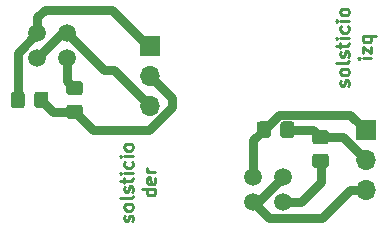
<source format=gbr>
G04 #@! TF.GenerationSoftware,KiCad,Pcbnew,6.0.8-f2edbf62ab~116~ubuntu20.04.1*
G04 #@! TF.CreationDate,2022-11-03T13:34:09-03:00*
G04 #@! TF.ProjectId,sensor_gnuiiium_lateral,73656e73-6f72-45f6-976e-75696969756d,rev?*
G04 #@! TF.SameCoordinates,Original*
G04 #@! TF.FileFunction,Copper,L1,Top*
G04 #@! TF.FilePolarity,Positive*
%FSLAX46Y46*%
G04 Gerber Fmt 4.6, Leading zero omitted, Abs format (unit mm)*
G04 Created by KiCad (PCBNEW 6.0.8-f2edbf62ab~116~ubuntu20.04.1) date 2022-11-03 13:34:09*
%MOMM*%
%LPD*%
G01*
G04 APERTURE LIST*
%ADD10C,0.250000*%
G04 #@! TA.AperFunction,NonConductor*
%ADD11C,0.250000*%
G04 #@! TD*
G04 #@! TA.AperFunction,ComponentPad*
%ADD12R,1.700000X1.700000*%
G04 #@! TD*
G04 #@! TA.AperFunction,ComponentPad*
%ADD13O,1.700000X1.700000*%
G04 #@! TD*
G04 #@! TA.AperFunction,ComponentPad*
%ADD14C,1.500000*%
G04 #@! TD*
G04 #@! TA.AperFunction,Conductor*
%ADD15C,0.762000*%
G04 #@! TD*
G04 #@! TA.AperFunction,Conductor*
%ADD16C,0.508000*%
G04 #@! TD*
G04 APERTURE END LIST*
D10*
D11*
X154802619Y-86301190D02*
X153702619Y-86301190D01*
X154750238Y-86301190D02*
X154802619Y-86405952D01*
X154802619Y-86615476D01*
X154750238Y-86720238D01*
X154697857Y-86772619D01*
X154593095Y-86825000D01*
X154278809Y-86825000D01*
X154174047Y-86772619D01*
X154121666Y-86720238D01*
X154069285Y-86615476D01*
X154069285Y-86405952D01*
X154121666Y-86301190D01*
X154750238Y-85358333D02*
X154802619Y-85463095D01*
X154802619Y-85672619D01*
X154750238Y-85777380D01*
X154645476Y-85829761D01*
X154226428Y-85829761D01*
X154121666Y-85777380D01*
X154069285Y-85672619D01*
X154069285Y-85463095D01*
X154121666Y-85358333D01*
X154226428Y-85305952D01*
X154331190Y-85305952D01*
X154435952Y-85829761D01*
X154802619Y-84834523D02*
X154069285Y-84834523D01*
X154278809Y-84834523D02*
X154174047Y-84782142D01*
X154121666Y-84729761D01*
X154069285Y-84625000D01*
X154069285Y-84520238D01*
D10*
D11*
X173088619Y-75221257D02*
X172355285Y-75221257D01*
X171988619Y-75221257D02*
X172041000Y-75273638D01*
X172093380Y-75221257D01*
X172041000Y-75168876D01*
X171988619Y-75221257D01*
X172093380Y-75221257D01*
X172355285Y-74802209D02*
X172355285Y-74226019D01*
X173088619Y-74802209D01*
X173088619Y-74226019D01*
X172355285Y-73335542D02*
X173455285Y-73335542D01*
X173036238Y-73335542D02*
X173088619Y-73440304D01*
X173088619Y-73649828D01*
X173036238Y-73754590D01*
X172983857Y-73806971D01*
X172879095Y-73859352D01*
X172564809Y-73859352D01*
X172460047Y-73806971D01*
X172407666Y-73754590D01*
X172355285Y-73649828D01*
X172355285Y-73440304D01*
X172407666Y-73335542D01*
D10*
D11*
X152845238Y-88998809D02*
X152897619Y-88894047D01*
X152897619Y-88684523D01*
X152845238Y-88579761D01*
X152740476Y-88527380D01*
X152688095Y-88527380D01*
X152583333Y-88579761D01*
X152530952Y-88684523D01*
X152530952Y-88841666D01*
X152478571Y-88946428D01*
X152373809Y-88998809D01*
X152321428Y-88998809D01*
X152216666Y-88946428D01*
X152164285Y-88841666D01*
X152164285Y-88684523D01*
X152216666Y-88579761D01*
X152897619Y-87898809D02*
X152845238Y-88003571D01*
X152792857Y-88055952D01*
X152688095Y-88108333D01*
X152373809Y-88108333D01*
X152269047Y-88055952D01*
X152216666Y-88003571D01*
X152164285Y-87898809D01*
X152164285Y-87741666D01*
X152216666Y-87636904D01*
X152269047Y-87584523D01*
X152373809Y-87532142D01*
X152688095Y-87532142D01*
X152792857Y-87584523D01*
X152845238Y-87636904D01*
X152897619Y-87741666D01*
X152897619Y-87898809D01*
X152897619Y-86903571D02*
X152845238Y-87008333D01*
X152740476Y-87060714D01*
X151797619Y-87060714D01*
X152845238Y-86536904D02*
X152897619Y-86432142D01*
X152897619Y-86222619D01*
X152845238Y-86117857D01*
X152740476Y-86065476D01*
X152688095Y-86065476D01*
X152583333Y-86117857D01*
X152530952Y-86222619D01*
X152530952Y-86379761D01*
X152478571Y-86484523D01*
X152373809Y-86536904D01*
X152321428Y-86536904D01*
X152216666Y-86484523D01*
X152164285Y-86379761D01*
X152164285Y-86222619D01*
X152216666Y-86117857D01*
X152164285Y-85751190D02*
X152164285Y-85332142D01*
X151797619Y-85594047D02*
X152740476Y-85594047D01*
X152845238Y-85541666D01*
X152897619Y-85436904D01*
X152897619Y-85332142D01*
X152897619Y-84965476D02*
X152164285Y-84965476D01*
X151797619Y-84965476D02*
X151850000Y-85017857D01*
X151902380Y-84965476D01*
X151850000Y-84913095D01*
X151797619Y-84965476D01*
X151902380Y-84965476D01*
X152845238Y-83970238D02*
X152897619Y-84075000D01*
X152897619Y-84284523D01*
X152845238Y-84389285D01*
X152792857Y-84441666D01*
X152688095Y-84494047D01*
X152373809Y-84494047D01*
X152269047Y-84441666D01*
X152216666Y-84389285D01*
X152164285Y-84284523D01*
X152164285Y-84075000D01*
X152216666Y-83970238D01*
X152897619Y-83498809D02*
X152164285Y-83498809D01*
X151797619Y-83498809D02*
X151850000Y-83551190D01*
X151902380Y-83498809D01*
X151850000Y-83446428D01*
X151797619Y-83498809D01*
X151902380Y-83498809D01*
X152897619Y-82817857D02*
X152845238Y-82922619D01*
X152792857Y-82975000D01*
X152688095Y-83027380D01*
X152373809Y-83027380D01*
X152269047Y-82975000D01*
X152216666Y-82922619D01*
X152164285Y-82817857D01*
X152164285Y-82660714D01*
X152216666Y-82555952D01*
X152269047Y-82503571D01*
X152373809Y-82451190D01*
X152688095Y-82451190D01*
X152792857Y-82503571D01*
X152845238Y-82555952D01*
X152897619Y-82660714D01*
X152897619Y-82817857D01*
D10*
D11*
X171131238Y-77552209D02*
X171183619Y-77447447D01*
X171183619Y-77237923D01*
X171131238Y-77133161D01*
X171026476Y-77080780D01*
X170974095Y-77080780D01*
X170869333Y-77133161D01*
X170816952Y-77237923D01*
X170816952Y-77395066D01*
X170764571Y-77499828D01*
X170659809Y-77552209D01*
X170607428Y-77552209D01*
X170502666Y-77499828D01*
X170450285Y-77395066D01*
X170450285Y-77237923D01*
X170502666Y-77133161D01*
X171183619Y-76452209D02*
X171131238Y-76556971D01*
X171078857Y-76609352D01*
X170974095Y-76661733D01*
X170659809Y-76661733D01*
X170555047Y-76609352D01*
X170502666Y-76556971D01*
X170450285Y-76452209D01*
X170450285Y-76295066D01*
X170502666Y-76190304D01*
X170555047Y-76137923D01*
X170659809Y-76085542D01*
X170974095Y-76085542D01*
X171078857Y-76137923D01*
X171131238Y-76190304D01*
X171183619Y-76295066D01*
X171183619Y-76452209D01*
X171183619Y-75456971D02*
X171131238Y-75561733D01*
X171026476Y-75614114D01*
X170083619Y-75614114D01*
X171131238Y-75090304D02*
X171183619Y-74985542D01*
X171183619Y-74776019D01*
X171131238Y-74671257D01*
X171026476Y-74618876D01*
X170974095Y-74618876D01*
X170869333Y-74671257D01*
X170816952Y-74776019D01*
X170816952Y-74933161D01*
X170764571Y-75037923D01*
X170659809Y-75090304D01*
X170607428Y-75090304D01*
X170502666Y-75037923D01*
X170450285Y-74933161D01*
X170450285Y-74776019D01*
X170502666Y-74671257D01*
X170450285Y-74304590D02*
X170450285Y-73885542D01*
X170083619Y-74147447D02*
X171026476Y-74147447D01*
X171131238Y-74095066D01*
X171183619Y-73990304D01*
X171183619Y-73885542D01*
X171183619Y-73518876D02*
X170450285Y-73518876D01*
X170083619Y-73518876D02*
X170136000Y-73571257D01*
X170188380Y-73518876D01*
X170136000Y-73466495D01*
X170083619Y-73518876D01*
X170188380Y-73518876D01*
X171131238Y-72523638D02*
X171183619Y-72628400D01*
X171183619Y-72837923D01*
X171131238Y-72942685D01*
X171078857Y-72995066D01*
X170974095Y-73047447D01*
X170659809Y-73047447D01*
X170555047Y-72995066D01*
X170502666Y-72942685D01*
X170450285Y-72837923D01*
X170450285Y-72628400D01*
X170502666Y-72523638D01*
X171183619Y-72052209D02*
X170450285Y-72052209D01*
X170083619Y-72052209D02*
X170136000Y-72104590D01*
X170188380Y-72052209D01*
X170136000Y-71999828D01*
X170083619Y-72052209D01*
X170188380Y-72052209D01*
X171183619Y-71371257D02*
X171131238Y-71476019D01*
X171078857Y-71528400D01*
X170974095Y-71580780D01*
X170659809Y-71580780D01*
X170555047Y-71528400D01*
X170502666Y-71476019D01*
X170450285Y-71371257D01*
X170450285Y-71214114D01*
X170502666Y-71109352D01*
X170555047Y-71056971D01*
X170659809Y-71004590D01*
X170974095Y-71004590D01*
X171078857Y-71056971D01*
X171131238Y-71109352D01*
X171183619Y-71214114D01*
X171183619Y-71371257D01*
G04 #@! TO.P,R1,2*
G04 #@! TO.N,Net-(J1-Pad1)*
G04 #@! TA.AperFunction,SMDPad,CuDef*
G36*
G01*
X168331000Y-83298400D02*
X169231000Y-83298400D01*
G75*
G02*
X169481000Y-83548400I0J-250000D01*
G01*
X169481000Y-84248400D01*
G75*
G02*
X169231000Y-84498400I-250000J0D01*
G01*
X168331000Y-84498400D01*
G75*
G02*
X168081000Y-84248400I0J250000D01*
G01*
X168081000Y-83548400D01*
G75*
G02*
X168331000Y-83298400I250000J0D01*
G01*
G37*
G04 #@! TD.AperFunction*
G04 #@! TO.P,R1,1*
G04 #@! TO.N,+3V3*
G04 #@! TA.AperFunction,SMDPad,CuDef*
G36*
G01*
X168331000Y-81298400D02*
X169231000Y-81298400D01*
G75*
G02*
X169481000Y-81548400I0J-250000D01*
G01*
X169481000Y-82248400D01*
G75*
G02*
X169231000Y-82498400I-250000J0D01*
G01*
X168331000Y-82498400D01*
G75*
G02*
X168081000Y-82248400I0J250000D01*
G01*
X168081000Y-81548400D01*
G75*
G02*
X168331000Y-81298400I250000J0D01*
G01*
G37*
G04 #@! TD.AperFunction*
G04 #@! TD*
G04 #@! TO.P,R1,1*
G04 #@! TO.N,+3V3*
G04 #@! TA.AperFunction,SMDPad,CuDef*
G36*
G01*
X148405000Y-80340000D02*
X147505000Y-80340000D01*
G75*
G02*
X147255000Y-80090000I0J250000D01*
G01*
X147255000Y-79390000D01*
G75*
G02*
X147505000Y-79140000I250000J0D01*
G01*
X148405000Y-79140000D01*
G75*
G02*
X148655000Y-79390000I0J-250000D01*
G01*
X148655000Y-80090000D01*
G75*
G02*
X148405000Y-80340000I-250000J0D01*
G01*
G37*
G04 #@! TD.AperFunction*
G04 #@! TO.P,R1,2*
G04 #@! TO.N,Net-(J1-Pad1)*
G04 #@! TA.AperFunction,SMDPad,CuDef*
G36*
G01*
X148405000Y-78340000D02*
X147505000Y-78340000D01*
G75*
G02*
X147255000Y-78090000I0J250000D01*
G01*
X147255000Y-77390000D01*
G75*
G02*
X147505000Y-77140000I250000J0D01*
G01*
X148405000Y-77140000D01*
G75*
G02*
X148655000Y-77390000I0J-250000D01*
G01*
X148655000Y-78090000D01*
G75*
G02*
X148405000Y-78340000I-250000J0D01*
G01*
G37*
G04 #@! TD.AperFunction*
G04 #@! TD*
G04 #@! TO.P,R9,1*
G04 #@! TO.N,s0*
G04 #@! TA.AperFunction,SMDPad,CuDef*
G36*
G01*
X142545000Y-79190000D02*
X142545000Y-78290000D01*
G75*
G02*
X142795000Y-78040000I250000J0D01*
G01*
X143495000Y-78040000D01*
G75*
G02*
X143745000Y-78290000I0J-250000D01*
G01*
X143745000Y-79190000D01*
G75*
G02*
X143495000Y-79440000I-250000J0D01*
G01*
X142795000Y-79440000D01*
G75*
G02*
X142545000Y-79190000I0J250000D01*
G01*
G37*
G04 #@! TD.AperFunction*
G04 #@! TO.P,R9,2*
G04 #@! TO.N,+3V3*
G04 #@! TA.AperFunction,SMDPad,CuDef*
G36*
G01*
X144545000Y-79190000D02*
X144545000Y-78290000D01*
G75*
G02*
X144795000Y-78040000I250000J0D01*
G01*
X145495000Y-78040000D01*
G75*
G02*
X145745000Y-78290000I0J-250000D01*
G01*
X145745000Y-79190000D01*
G75*
G02*
X145495000Y-79440000I-250000J0D01*
G01*
X144795000Y-79440000D01*
G75*
G02*
X144545000Y-79190000I0J250000D01*
G01*
G37*
G04 #@! TD.AperFunction*
G04 #@! TD*
G04 #@! TO.P,R9,2*
G04 #@! TO.N,+3V3*
G04 #@! TA.AperFunction,SMDPad,CuDef*
G36*
G01*
X165371000Y-81713400D02*
X165371000Y-80813400D01*
G75*
G02*
X165621000Y-80563400I250000J0D01*
G01*
X166321000Y-80563400D01*
G75*
G02*
X166571000Y-80813400I0J-250000D01*
G01*
X166571000Y-81713400D01*
G75*
G02*
X166321000Y-81963400I-250000J0D01*
G01*
X165621000Y-81963400D01*
G75*
G02*
X165371000Y-81713400I0J250000D01*
G01*
G37*
G04 #@! TD.AperFunction*
G04 #@! TO.P,R9,1*
G04 #@! TO.N,s0*
G04 #@! TA.AperFunction,SMDPad,CuDef*
G36*
G01*
X163371000Y-81713400D02*
X163371000Y-80813400D01*
G75*
G02*
X163621000Y-80563400I250000J0D01*
G01*
X164321000Y-80563400D01*
G75*
G02*
X164571000Y-80813400I0J-250000D01*
G01*
X164571000Y-81713400D01*
G75*
G02*
X164321000Y-81963400I-250000J0D01*
G01*
X163621000Y-81963400D01*
G75*
G02*
X163371000Y-81713400I0J250000D01*
G01*
G37*
G04 #@! TD.AperFunction*
G04 #@! TD*
D12*
G04 #@! TO.P,REF\u002A\u002A,1*
G04 #@! TO.N,s0*
X154305000Y-74155000D03*
D13*
G04 #@! TO.P,REF\u002A\u002A,2*
G04 #@! TO.N,+3V3*
X154305000Y-76695000D03*
G04 #@! TO.P,REF\u002A\u002A,3*
G04 #@! TO.N,GND*
X154305000Y-79235000D03*
G04 #@! TD*
G04 #@! TO.P,REF\u002A\u002A,3*
G04 #@! TO.N,GND*
X172591000Y-86358400D03*
G04 #@! TO.P,REF\u002A\u002A,2*
G04 #@! TO.N,+3V3*
X172591000Y-83818400D03*
D12*
G04 #@! TO.P,REF\u002A\u002A,1*
G04 #@! TO.N,s0*
X172591000Y-81278400D03*
G04 #@! TD*
D14*
G04 #@! TO.P,U1,1*
G04 #@! TO.N,s0*
X144780000Y-73100000D03*
G04 #@! TO.P,U1,2*
G04 #@! TO.N,GND*
X147320000Y-73100000D03*
G04 #@! TO.P,U1,3*
G04 #@! TO.N,Net-(J1-Pad1)*
X147320000Y-75210000D03*
G04 #@! TO.P,U1,4*
G04 #@! TO.N,GND*
X144780000Y-75210000D03*
G04 #@! TD*
G04 #@! TO.P,U1,4*
G04 #@! TO.N,GND*
X163066000Y-87398400D03*
G04 #@! TO.P,U1,3*
G04 #@! TO.N,Net-(J1-Pad1)*
X165606000Y-87398400D03*
G04 #@! TO.P,U1,2*
G04 #@! TO.N,GND*
X165606000Y-85288400D03*
G04 #@! TO.P,U1,1*
G04 #@! TO.N,s0*
X163066000Y-85288400D03*
G04 #@! TD*
D15*
G04 #@! TO.N,+3V3*
X154283740Y-81280000D02*
X149495000Y-81280000D01*
X146145000Y-79740000D02*
X145145000Y-78740000D01*
X165971000Y-81263400D02*
X168146000Y-81263400D01*
X156210000Y-78600000D02*
X156210000Y-79353740D01*
X170671000Y-81898400D02*
X172591000Y-83818400D01*
X147955000Y-79740000D02*
X146145000Y-79740000D01*
X149495000Y-81280000D02*
X147955000Y-79740000D01*
X168781000Y-81898400D02*
X170671000Y-81898400D01*
X154305000Y-76695000D02*
X156210000Y-78600000D01*
X156210000Y-79353740D02*
X154283740Y-81280000D01*
X168146000Y-81263400D02*
X168781000Y-81898400D01*
G04 #@! TO.N,GND*
X154305000Y-79235000D02*
X151270000Y-76200000D01*
X171306000Y-86358400D02*
X168935000Y-88729400D01*
X150420000Y-76200000D02*
X147320000Y-73100000D01*
X147320000Y-73100000D02*
X146890000Y-73100000D01*
X163496000Y-87398400D02*
X165606000Y-85288400D01*
X164397000Y-88729400D02*
X163066000Y-87398400D01*
X163066000Y-87398400D02*
X163496000Y-87398400D01*
X146890000Y-73100000D02*
X144780000Y-75210000D01*
X172591000Y-86358400D02*
X171306000Y-86358400D01*
X151270000Y-76200000D02*
X150420000Y-76200000D01*
X168935000Y-88729400D02*
X164397000Y-88729400D01*
G04 #@! TO.N,Net-(J1-Pad1)*
X147320000Y-75210000D02*
X147320000Y-77105000D01*
X147320000Y-77105000D02*
X147955000Y-77740000D01*
D16*
X168781000Y-83898400D02*
X168781000Y-84223400D01*
D15*
X168781000Y-85708400D02*
X168781000Y-83898400D01*
X167091000Y-87398400D02*
X168781000Y-85708400D01*
X165606000Y-87398400D02*
X167091000Y-87398400D01*
G04 #@! TO.N,s0*
X143145000Y-78740000D02*
X143145000Y-74735000D01*
X171295000Y-79982400D02*
X165252000Y-79982400D01*
X154165000Y-74155000D02*
X151130000Y-71120000D01*
X145415000Y-71120000D02*
X151130000Y-71120000D01*
X172591000Y-81278400D02*
X171295000Y-79982400D01*
X163066000Y-85288400D02*
X163066000Y-82168400D01*
X143145000Y-74735000D02*
X144780000Y-73100000D01*
X163066000Y-82168400D02*
X163971000Y-81263400D01*
X144780000Y-71755000D02*
X145415000Y-71120000D01*
X144780000Y-73100000D02*
X144780000Y-71755000D01*
X154305000Y-74155000D02*
X154165000Y-74155000D01*
X165252000Y-79982400D02*
X163971000Y-81263400D01*
G04 #@! TD*
M02*

</source>
